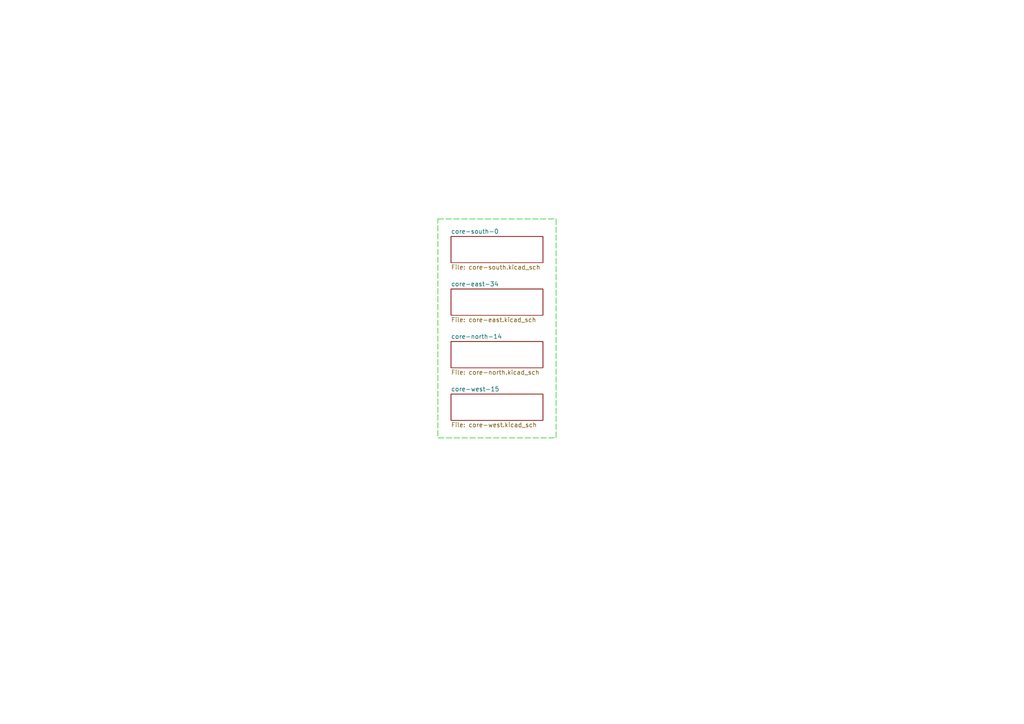
<source format=kicad_sch>
(kicad_sch
	(version 20250114)
	(generator "eeschema")
	(generator_version "9.0")
	(uuid "15e0a42f-48e0-4a5d-9b6b-7d249ffc02ad")
	(paper "A4")
	(lib_symbols)
	(bus_alias "CONFIG"
		(members "CONFIG_CLK" "CONFIG_M0" "CONFIG_M1" "CONFIG_M2" "CONFIG_DONE"
			"CONFIG_INIT" "CONFIG_PROG" "CONFIG_CFGBVS"
		)
	)
	(bus_alias "JTAG"
		(members "JTAG_TMS" "JTAG_TCK" "JTAG_TDI" "JTAG_TDO")
	)
	(rectangle
		(start 127 63.5)
		(end 161.29 127)
		(stroke
			(width 0)
			(type dash)
			(color 0 194 0 1)
		)
		(fill
			(type none)
		)
		(uuid 58ad5a85-abf7-44fc-88b2-a745afe0a8a4)
	)
	(sheet
		(at 130.81 99.06)
		(size 26.67 7.62)
		(exclude_from_sim no)
		(in_bom yes)
		(on_board yes)
		(dnp no)
		(fields_autoplaced yes)
		(stroke
			(width 0.1524)
			(type solid)
		)
		(fill
			(color 0 0 0 0.0000)
		)
		(uuid "1507897b-6bf0-4cd8-8ffb-af51fcc8b5a0")
		(property "Sheetname" "core-north-14"
			(at 130.81 98.3484 0)
			(effects
				(font
					(size 1.27 1.27)
				)
				(justify left bottom)
			)
		)
		(property "Sheetfile" "core-north.kicad_sch"
			(at 130.81 107.2646 0)
			(effects
				(font
					(size 1.27 1.27)
				)
				(justify left top)
			)
		)
		(instances
			(project "nuku-carrier-template"
				(path "/15e0a42f-48e0-4a5d-9b6b-7d249ffc02ad"
					(page "4")
				)
			)
		)
	)
	(sheet
		(at 130.81 83.82)
		(size 26.67 7.62)
		(exclude_from_sim no)
		(in_bom yes)
		(on_board yes)
		(dnp no)
		(fields_autoplaced yes)
		(stroke
			(width 0.1524)
			(type solid)
		)
		(fill
			(color 0 0 0 0.0000)
		)
		(uuid "a6d2c372-f8eb-4b45-9928-87d1b28a3847")
		(property "Sheetname" "core-east-34"
			(at 130.81 83.1084 0)
			(effects
				(font
					(size 1.27 1.27)
				)
				(justify left bottom)
			)
		)
		(property "Sheetfile" "core-east.kicad_sch"
			(at 130.81 92.0246 0)
			(effects
				(font
					(size 1.27 1.27)
				)
				(justify left top)
			)
		)
		(instances
			(project "nuku-carrier-template"
				(path "/15e0a42f-48e0-4a5d-9b6b-7d249ffc02ad"
					(page "3")
				)
			)
		)
	)
	(sheet
		(at 130.81 68.58)
		(size 26.67 7.62)
		(exclude_from_sim no)
		(in_bom yes)
		(on_board yes)
		(dnp no)
		(fields_autoplaced yes)
		(stroke
			(width 0.1524)
			(type solid)
		)
		(fill
			(color 0 0 0 0.0000)
		)
		(uuid "ef4b559c-b874-49e1-888b-254edf65eaa4")
		(property "Sheetname" "core-south-0"
			(at 130.81 67.8684 0)
			(effects
				(font
					(size 1.27 1.27)
				)
				(justify left bottom)
			)
		)
		(property "Sheetfile" "core-south.kicad_sch"
			(at 130.81 76.7846 0)
			(effects
				(font
					(size 1.27 1.27)
				)
				(justify left top)
			)
		)
		(instances
			(project "nuku-carrier-template"
				(path "/15e0a42f-48e0-4a5d-9b6b-7d249ffc02ad"
					(page "2")
				)
			)
		)
	)
	(sheet
		(at 130.81 114.3)
		(size 26.67 7.62)
		(exclude_from_sim no)
		(in_bom yes)
		(on_board yes)
		(dnp no)
		(fields_autoplaced yes)
		(stroke
			(width 0.1524)
			(type solid)
		)
		(fill
			(color 0 0 0 0.0000)
		)
		(uuid "f5fddfe7-b42d-4071-b0c3-78519ce86dea")
		(property "Sheetname" "core-west-15"
			(at 130.81 113.5884 0)
			(effects
				(font
					(size 1.27 1.27)
				)
				(justify left bottom)
			)
		)
		(property "Sheetfile" "core-west.kicad_sch"
			(at 130.81 122.5046 0)
			(effects
				(font
					(size 1.27 1.27)
				)
				(justify left top)
			)
		)
		(instances
			(project "nuku-carrier-template"
				(path "/15e0a42f-48e0-4a5d-9b6b-7d249ffc02ad"
					(page "5")
				)
			)
		)
	)
	(sheet_instances
		(path "/"
			(page "1")
		)
	)
	(embedded_fonts no)
)

</source>
